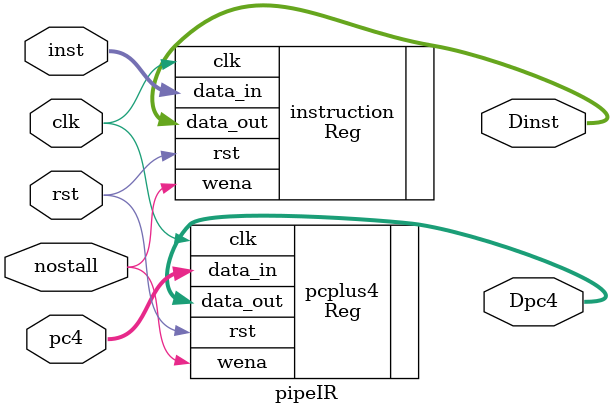
<source format=v>
`timescale 1ns / 1ps
module pipeIR(clk,pc4,inst,nostall,rst,Dinst,Dpc4);
    input clk			;//时钟
	input [31:0] pc4	;//pc+4
    input [31:0] inst	;//指令
    input nostall		;//
    input rst			;//复位信号
    output [31:0] Dinst;//存的指令
    output [31:0] Dpc4 ;//存的pc+4
	Reg pcplus4(.data_in(pc4),.clk(clk),.rst(rst),.wena(nostall),.data_out(Dpc4));
	Reg instruction(.data_in(inst),.clk(clk),.rst(rst),.wena(nostall),.data_out(Dinst));
endmodule

</source>
